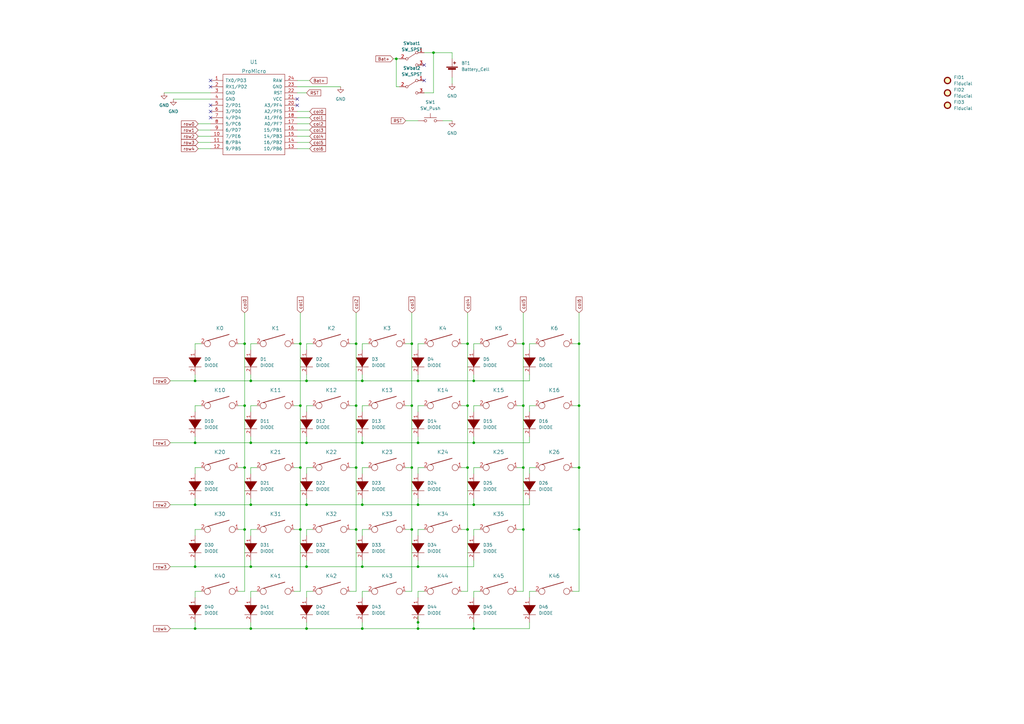
<source format=kicad_sch>
(kicad_sch (version 20211123) (generator eeschema)
  (paper "A3")
  (title_block (title "mykeeb") (rev "2"))
  (lib_symbols
    (symbol "Device:Battery_Cell" (pin_numbers hide) (pin_names (offset 0) hide)
      (property "Reference" "BT" (at 2.54 2.54 0))
      (property "Value" "Battery_Cell" (at 2.54 0 0))
      (symbol "Battery_Cell_0_1"
        (rectangle (start -2.286 1.778) (end 2.286 1.524) (fill (type outline)))
        (rectangle (start -1.5748 1.1938) (end 1.4732 0.6858) (fill (type outline)))
        (polyline (pts (xy 0 0.762) (xy 0 0)))
        (polyline (pts (xy 0 1.778) (xy 0 2.54)))
        (polyline (pts (xy 0.508 3.429) (xy 1.524 3.429)) (stroke (width 0.254)))
        (polyline (pts (xy 1.016 3.937) (xy 1.016 2.921)) (stroke (width 0.254)))
      )
      (symbol "Battery_Cell_1_1"
        (pin passive line (at 0 5.08 270) (length 2.54) (name "+") (number "1"))
        (pin passive line (at 0 -2.54 90) (length 2.54) (name "-") (number "2"))
      )
    )
    (symbol "Mechanical:Fiducial"
      (property "Reference" "FID" (at 0 5.08 0))
      (property "Value" "Fiducial" (at 0 3.175 0))
      (symbol "Fiducial_0_1"
        (circle (center 0 0) (radius 1.27) (stroke (width 0.508)) (fill (type background)))
      )
    )
    (symbol "Switch:SW_Push" (pin_numbers hide) (pin_names (offset 1.016) hide)
      (property "Reference" "SW" (at 1.27 2.54 0))
      (property "Value" "SW_Push" (at 0 -1.524 0))
      (symbol "SW_Push_0_1"
        (circle (center -2.032 0) (radius 0.508))
        (polyline (pts (xy 0 1.27) (xy 0 3.048)))
        (polyline (pts (xy 2.54 1.27) (xy -2.54 1.27)))
        (circle (center 2.032 0) (radius 0.508))
        (pin passive line (at -5.08 0 0) (length 2.54) (name "1") (number "1"))
        (pin passive line (at 5.08 0 180) (length 2.54) (name "2") (number "2"))
      )
    )
    (symbol "Switch:SW_SPDT" (pin_names (offset 0) hide)
      (property "Reference" "SW" (at 0 4.318 0))
      (property "Value" "SW_SPDT" (at 0 -5.08 0))
      (symbol "SW_SPDT_0_0"
        (circle (center -2.032 0) (radius 0.508))
        (circle (center 2.032 -2.54) (radius 0.508))
      )
      (symbol "SW_SPDT_0_1"
        (polyline (pts (xy -1.524 0.254) (xy 1.651 2.286)))
        (circle (center 2.032 2.54) (radius 0.508))
      )
      (symbol "SW_SPDT_1_1"
        (pin passive line (at 5.08 2.54 180) (length 2.54) (name "A") (number "1"))
        (pin passive line (at -5.08 0 0) (length 2.54) (name "B") (number "2"))
        (pin passive line (at 5.08 -2.54 180) (length 2.54) (name "C") (number "3"))
      )
    )
    (symbol "keebio:ProMicro" (pin_names (offset 1.016))
      (property "Reference" "U" (at 0 0 0))
      (property "Value" "ProMicro" (at 0 -19.05 0))
      (symbol "ProMicro_0_1"
        (rectangle (start -12.7 -16.51) (end 12.7 16.51))
      )
      (symbol "ProMicro_1_1"
        (pin input line (at -17.78 13.97 0) (length 5.08) (name "TX0/PD3") (number "1"))
        (pin input line (at -17.78 -8.89 0) (length 5.08) (name "7/PE6") (number "10"))
        (pin input line (at -17.78 -11.43 0) (length 5.08) (name "8/PB4") (number "11"))
        (pin input line (at -17.78 -13.97 0) (length 5.08) (name "9/PB5") (number "12"))
        (pin input line (at 17.78 -13.97 180) (length 5.08) (name "10/PB6") (number "13"))
        (pin input line (at 17.78 -11.43 180) (length 5.08) (name "16/PB2") (number "14"))
        (pin input line (at 17.78 -8.89 180) (length 5.08) (name "14/PB3") (number "15"))
        (pin input line (at 17.78 -6.35 180) (length 5.08) (name "15/PB1") (number "16"))
        (pin input line (at 17.78 -3.81 180) (length 5.08) (name "A0/PF7") (number "17"))
        (pin input line (at 17.78 -1.27 180) (length 5.08) (name "A1/PF6") (number "18"))
        (pin input line (at 17.78 1.27 180) (length 5.08) (name "A2/PF5") (number "19"))
        (pin input line (at -17.78 11.43 0) (length 5.08) (name "RX1/PD2") (number "2"))
        (pin input line (at 17.78 3.81 180) (length 5.08) (name "A3/PF4") (number "20"))
        (pin input line (at 17.78 6.35 180) (length 5.08) (name "VCC") (number "21"))
        (pin input line (at 17.78 8.89 180) (length 5.08) (name "RST") (number "22"))
        (pin input line (at 17.78 11.43 180) (length 5.08) (name "GND") (number "23"))
        (pin input line (at 17.78 13.97 180) (length 5.08) (name "RAW") (number "24"))
        (pin input line (at -17.78 8.89 0) (length 5.08) (name "GND") (number "3"))
        (pin input line (at -17.78 6.35 0) (length 5.08) (name "GND") (number "4"))
        (pin input line (at -17.78 3.81 0) (length 5.08) (name "2/PD1") (number "5"))
        (pin input line (at -17.78 1.27 0) (length 5.08) (name "3/PD0") (number "6"))
        (pin input line (at -17.78 -1.27 0) (length 5.08) (name "4/PD4") (number "7"))
        (pin input line (at -17.78 -3.81 0) (length 5.08) (name "5/PC6") (number "8"))
        (pin input line (at -17.78 -6.35 0) (length 5.08) (name "6/PD7") (number "9"))
      )
    )
    (symbol "keyboard_parts:KEYSW" (pin_names (offset 1.016))
      (property "Reference" "K?" (at -1.27 0 0))
      (symbol "KEYSW_0_1"
        (circle (center -5.08 0) (radius 1.27))
        (polyline (pts (xy -5.08 1.27) (xy 3.81 3.81)) (stroke (width 0.254)))
        (circle (center 5.08 0) (radius 1.27))
      )
      (symbol "KEYSW_1_1"
        (pin passive line (at 7.62 0 180) (length 1.27) (name "~") (number "1"))
        (pin passive line (at -7.62 0 0) (length 1.27) (name "~") (number "2"))
      )
    )
    (symbol "power:GND" (power) (pin_names (offset 0))
      (property "Value" "GND" (at 0 -3.81 0))
      (symbol "GND_0_1"
        (polyline (pts (xy 0 0) (xy 0 -1.27) (xy 1.27 -1.27) (xy 0 -2.54) (xy -1.27 -1.27) (xy 0 -1.27)))
      )
      (symbol "GND_1_1"
        (pin power_in line (at 0 0 270) (length 0) hide (name "GND") (number "1"))
      )
    )
    (symbol "pspice:DIODE" (pin_names (offset 1.016) hide)
      (property "Reference" "D" (at 0 3.81 0))
      (property "Value" "DIODE" (at 0 -4.445 0))
      (symbol "DIODE_0_1"
        (polyline (pts (xy 1.905 2.54) (xy 1.905 -2.54)))
        (polyline (pts (xy -1.905 2.54) (xy -1.905 -2.54) (xy 1.905 0)) (fill (type outline)))
      )
      (symbol "DIODE_1_1"
        (pin input line (at -5.08 0 0) (length 3.81) (name "K") (number "1"))
        (pin input line (at 5.08 0 180) (length 3.81) (name "A") (number "2"))
      )
    )
  )
  (junction (at 148.59 257.81))
  (junction (at 102.87 257.81))
  (junction (at 146.05 140.97))
  (junction (at 102.87 181.61))
  (junction (at 168.91 191.77))
  (junction (at 100.33 191.77))
  (junction (at 191.77 217.17))
  (junction (at 171.45 255.27))
  (junction (at 171.45 232.41))
  (junction (at 125.73 232.41))
  (junction (at 80.01 207.01))
  (junction (at 123.19 191.77))
  (junction (at 146.05 166.37))
  (junction (at 123.19 217.17))
  (junction (at 146.05 217.17))
  (junction (at 171.45 156.21))
  (junction (at 194.31 156.21))
  (junction (at 168.91 217.17))
  (junction (at 168.91 140.97))
  (junction (at 171.45 257.81))
  (junction (at 214.63 140.97))
  (junction (at 237.49 217.17))
  (junction (at 123.19 166.37))
  (junction (at 100.33 140.97))
  (junction (at 191.77 140.97))
  (junction (at 148.59 232.41))
  (junction (at 125.73 181.61))
  (junction (at 168.91 166.37))
  (junction (at 237.49 191.77))
  (junction (at 125.73 207.01))
  (junction (at 148.59 156.21))
  (junction (at 194.31 257.81))
  (junction (at 191.77 166.37))
  (junction (at 237.49 140.97))
  (junction (at 148.59 181.61))
  (junction (at 102.87 207.01))
  (junction (at 102.87 232.41))
  (junction (at 102.87 156.21))
  (junction (at 171.45 181.61))
  (junction (at 177.8 21.59))
  (junction (at 214.63 191.77))
  (junction (at 80.01 181.61))
  (junction (at 162.56 24.13))
  (junction (at 123.19 140.97))
  (junction (at 80.01 257.81))
  (junction (at 194.31 181.61))
  (junction (at 125.73 156.21))
  (junction (at 148.59 207.01))
  (junction (at 80.01 232.41))
  (junction (at 191.77 191.77))
  (junction (at 214.63 217.17))
  (junction (at 80.01 156.21))
  (junction (at 214.63 166.37))
  (junction (at 100.33 166.37))
  (junction (at 125.73 257.81))
  (junction (at 171.45 207.01))
  (junction (at 146.05 191.77))
  (junction (at 194.31 207.01))
  (junction (at 100.33 217.17))
  (junction (at 237.49 166.37))
  (no_connect (at 86.36 33.02))
  (no_connect (at 86.36 43.18))
  (no_connect (at 86.36 35.56))
  (no_connect (at 173.99 26.67))
  (no_connect (at 173.99 33.02))
  (no_connect (at 121.92 40.64))
  (no_connect (at 86.36 45.72))
  (no_connect (at 86.36 48.26))
  (no_connect (at 121.92 43.18))
  (wire (pts (xy 123.19 242.57) (xy 120.65 242.57)))
  (wire (pts (xy 171.45 166.37) (xy 171.45 168.91)))
  (wire (pts (xy 194.31 242.57) (xy 194.31 245.11)))
  (wire (pts (xy 125.73 257.81) (xy 125.73 255.27)))
  (wire (pts (xy 86.36 55.88) (xy 81.28 55.88)))
  (wire (pts (xy 100.33 166.37) (xy 97.79 166.37)))
  (wire (pts (xy 123.19 217.17) (xy 123.19 242.57)))
  (wire (pts (xy 125.73 232.41) (xy 148.59 232.41)))
  (wire (pts (xy 219.71 191.77) (xy 217.17 191.77)))
  (wire (pts (xy 105.41 166.37) (xy 102.87 166.37)))
  (wire (pts (xy 214.63 191.77) (xy 214.63 217.17)))
  (wire (pts (xy 71.12 40.64) (xy 86.36 40.64)))
  (wire (pts (xy 148.59 207.01) (xy 148.59 204.47)))
  (wire (pts (xy 237.49 242.57) (xy 234.95 242.57)))
  (wire (pts (xy 148.59 257.81) (xy 148.59 255.27)))
  (wire (pts (xy 146.05 166.37) (xy 146.05 191.77)))
  (wire (pts (xy 196.85 191.77) (xy 194.31 191.77)))
  (wire (pts (xy 128.27 217.17) (xy 125.73 217.17)))
  (wire (pts (xy 194.31 156.21) (xy 217.17 156.21)))
  (wire (pts (xy 217.17 207.01) (xy 217.17 204.47)))
  (wire (pts (xy 125.73 232.41) (xy 125.73 229.87)))
  (wire (pts (xy 171.45 181.61) (xy 194.31 181.61)))
  (wire (pts (xy 102.87 257.81) (xy 125.73 257.81)))
  (wire (pts (xy 194.31 257.81) (xy 217.17 257.81)))
  (wire (pts (xy 80.01 229.87) (xy 80.01 232.41)))
  (wire (pts (xy 102.87 207.01) (xy 125.73 207.01)))
  (wire (pts (xy 237.49 140.97) (xy 234.95 140.97)))
  (wire (pts (xy 171.45 232.41) (xy 194.31 232.41)))
  (wire (pts (xy 219.71 242.57) (xy 217.17 242.57)))
  (wire (pts (xy 80.01 217.17) (xy 80.01 219.71)))
  (wire (pts (xy 191.77 217.17) (xy 191.77 242.57)))
  (wire (pts (xy 237.49 191.77) (xy 234.95 191.77)))
  (wire (pts (xy 105.41 217.17) (xy 102.87 217.17)))
  (wire (pts (xy 191.77 166.37) (xy 191.77 191.77)))
  (wire (pts (xy 161.29 24.13) (xy 162.56 24.13)))
  (wire (pts (xy 148.59 156.21) (xy 148.59 153.67)))
  (wire (pts (xy 80.01 153.67) (xy 80.01 156.21)))
  (wire (pts (xy 128.27 191.77) (xy 125.73 191.77)))
  (wire (pts (xy 80.01 207.01) (xy 102.87 207.01)))
  (wire (pts (xy 191.77 140.97) (xy 191.77 166.37)))
  (wire (pts (xy 191.77 166.37) (xy 189.23 166.37)))
  (wire (pts (xy 151.13 217.17) (xy 148.59 217.17)))
  (wire (pts (xy 196.85 166.37) (xy 194.31 166.37)))
  (wire (pts (xy 166.37 49.53) (xy 171.45 49.53)))
  (wire (pts (xy 173.99 38.1) (xy 177.8 38.1)))
  (wire (pts (xy 194.31 181.61) (xy 194.31 179.07)))
  (wire (pts (xy 214.63 140.97) (xy 212.09 140.97)))
  (wire (pts (xy 121.92 35.56) (xy 139.7 35.56)))
  (wire (pts (xy 146.05 191.77) (xy 143.51 191.77)))
  (wire (pts (xy 151.13 140.97) (xy 148.59 140.97)))
  (wire (pts (xy 125.73 166.37) (xy 125.73 168.91)))
  (wire (pts (xy 80.01 179.07) (xy 80.01 181.61)))
  (wire (pts (xy 148.59 140.97) (xy 148.59 143.51)))
  (wire (pts (xy 97.79 242.57) (xy 100.33 242.57)))
  (wire (pts (xy 80.01 181.61) (xy 69.85 181.61)))
  (wire (pts (xy 148.59 207.01) (xy 171.45 207.01)))
  (wire (pts (xy 80.01 204.47) (xy 80.01 207.01)))
  (wire (pts (xy 121.92 58.42) (xy 127 58.42)))
  (wire (pts (xy 102.87 217.17) (xy 102.87 219.71)))
  (wire (pts (xy 191.77 191.77) (xy 189.23 191.77)))
  (wire (pts (xy 168.91 217.17) (xy 168.91 242.57)))
  (wire (pts (xy 102.87 207.01) (xy 102.87 204.47)))
  (wire (pts (xy 100.33 217.17) (xy 97.79 217.17)))
  (wire (pts (xy 125.73 257.81) (xy 148.59 257.81)))
  (wire (pts (xy 219.71 166.37) (xy 217.17 166.37)))
  (wire (pts (xy 148.59 156.21) (xy 171.45 156.21)))
  (wire (pts (xy 80.01 181.61) (xy 102.87 181.61)))
  (wire (pts (xy 214.63 140.97) (xy 214.63 166.37)))
  (wire (pts (xy 237.49 217.17) (xy 237.49 242.57)))
  (wire (pts (xy 146.05 140.97) (xy 146.05 166.37)))
  (wire (pts (xy 168.91 140.97) (xy 166.37 140.97)))
  (wire (pts (xy 217.17 257.81) (xy 217.17 255.27)))
  (wire (pts (xy 151.13 166.37) (xy 148.59 166.37)))
  (wire (pts (xy 123.19 166.37) (xy 123.19 191.77)))
  (wire (pts (xy 185.42 21.59) (xy 185.42 24.13)))
  (wire (pts (xy 214.63 128.27) (xy 214.63 140.97)))
  (wire (pts (xy 80.01 257.81) (xy 102.87 257.81)))
  (wire (pts (xy 80.01 207.01) (xy 69.85 207.01)))
  (wire (pts (xy 171.45 191.77) (xy 171.45 194.31)))
  (wire (pts (xy 151.13 242.57) (xy 148.59 242.57)))
  (wire (pts (xy 82.55 242.57) (xy 80.01 242.57)))
  (wire (pts (xy 121.92 38.1) (xy 125.73 38.1)))
  (wire (pts (xy 123.19 191.77) (xy 120.65 191.77)))
  (wire (pts (xy 162.56 24.13) (xy 162.56 35.56)))
  (wire (pts (xy 125.73 156.21) (xy 148.59 156.21)))
  (wire (pts (xy 146.05 191.77) (xy 146.05 217.17)))
  (wire (pts (xy 177.8 21.59) (xy 185.42 21.59)))
  (wire (pts (xy 148.59 217.17) (xy 148.59 219.71)))
  (wire (pts (xy 80.01 242.57) (xy 80.01 245.11)))
  (wire (pts (xy 100.33 191.77) (xy 100.33 217.17)))
  (wire (pts (xy 80.01 232.41) (xy 69.85 232.41)))
  (wire (pts (xy 214.63 166.37) (xy 212.09 166.37)))
  (wire (pts (xy 128.27 140.97) (xy 125.73 140.97)))
  (wire (pts (xy 173.99 242.57) (xy 171.45 242.57)))
  (wire (pts (xy 121.92 33.02) (xy 127 33.02)))
  (wire (pts (xy 105.41 140.97) (xy 102.87 140.97)))
  (wire (pts (xy 121.92 50.8) (xy 127 50.8)))
  (wire (pts (xy 217.17 181.61) (xy 217.17 179.07)))
  (wire (pts (xy 67.31 38.1) (xy 86.36 38.1)))
  (wire (pts (xy 102.87 232.41) (xy 102.87 229.87)))
  (wire (pts (xy 177.8 38.1) (xy 177.8 21.59)))
  (wire (pts (xy 125.73 181.61) (xy 148.59 181.61)))
  (wire (pts (xy 191.77 128.27) (xy 191.77 140.97)))
  (wire (pts (xy 86.36 50.8) (xy 81.28 50.8)))
  (wire (pts (xy 171.45 242.57) (xy 171.45 245.11)))
  (wire (pts (xy 125.73 207.01) (xy 148.59 207.01)))
  (wire (pts (xy 171.45 255.27) (xy 171.45 257.81)))
  (wire (pts (xy 194.31 140.97) (xy 194.31 143.51)))
  (wire (pts (xy 121.92 60.96) (xy 127 60.96)))
  (wire (pts (xy 194.31 217.17) (xy 194.31 219.71)))
  (wire (pts (xy 171.45 257.81) (xy 194.31 257.81)))
  (wire (pts (xy 168.91 166.37) (xy 168.91 191.77)))
  (wire (pts (xy 163.83 35.56) (xy 162.56 35.56)))
  (wire (pts (xy 102.87 140.97) (xy 102.87 143.51)))
  (wire (pts (xy 151.13 191.77) (xy 148.59 191.77)))
  (wire (pts (xy 217.17 242.57) (xy 217.17 245.11)))
  (wire (pts (xy 146.05 128.27) (xy 146.05 140.97)))
  (wire (pts (xy 173.99 217.17) (xy 171.45 217.17)))
  (wire (pts (xy 100.33 140.97) (xy 97.79 140.97)))
  (wire (pts (xy 105.41 242.57) (xy 102.87 242.57)))
  (wire (pts (xy 237.49 191.77) (xy 237.49 217.17)))
  (wire (pts (xy 194.31 166.37) (xy 194.31 168.91)))
  (wire (pts (xy 80.01 257.81) (xy 69.85 257.81)))
  (wire (pts (xy 219.71 140.97) (xy 217.17 140.97)))
  (wire (pts (xy 214.63 242.57) (xy 212.09 242.57)))
  (wire (pts (xy 237.49 140.97) (xy 237.49 166.37)))
  (wire (pts (xy 86.36 58.42) (xy 81.28 58.42)))
  (wire (pts (xy 171.45 207.01) (xy 194.31 207.01)))
  (wire (pts (xy 146.05 242.57) (xy 143.51 242.57)))
  (wire (pts (xy 173.99 21.59) (xy 177.8 21.59)))
  (wire (pts (xy 128.27 242.57) (xy 125.73 242.57)))
  (wire (pts (xy 194.31 181.61) (xy 217.17 181.61)))
  (wire (pts (xy 196.85 217.17) (xy 194.31 217.17)))
  (wire (pts (xy 82.55 166.37) (xy 80.01 166.37)))
  (wire (pts (xy 171.45 217.17) (xy 171.45 219.71)))
  (wire (pts (xy 196.85 242.57) (xy 194.31 242.57)))
  (wire (pts (xy 125.73 242.57) (xy 125.73 245.11)))
  (wire (pts (xy 162.56 24.13) (xy 163.83 24.13)))
  (wire (pts (xy 125.73 217.17) (xy 125.73 219.71)))
  (wire (pts (xy 171.45 156.21) (xy 171.45 153.67)))
  (wire (pts (xy 100.33 191.77) (xy 97.79 191.77)))
  (wire (pts (xy 148.59 232.41) (xy 171.45 232.41)))
  (wire (pts (xy 121.92 55.88) (xy 127 55.88)))
  (wire (pts (xy 148.59 181.61) (xy 171.45 181.61)))
  (wire (pts (xy 146.05 217.17) (xy 143.51 217.17)))
  (wire (pts (xy 191.77 217.17) (xy 189.23 217.17)))
  (wire (pts (xy 100.33 242.57) (xy 100.33 217.17)))
  (wire (pts (xy 148.59 181.61) (xy 148.59 179.07)))
  (wire (pts (xy 102.87 181.61) (xy 102.87 179.07)))
  (wire (pts (xy 168.91 166.37) (xy 166.37 166.37)))
  (wire (pts (xy 217.17 156.21) (xy 217.17 153.67)))
  (wire (pts (xy 191.77 140.97) (xy 189.23 140.97)))
  (wire (pts (xy 100.33 166.37) (xy 100.33 191.77)))
  (wire (pts (xy 217.17 140.97) (xy 217.17 143.51)))
  (wire (pts (xy 102.87 181.61) (xy 125.73 181.61)))
  (wire (pts (xy 194.31 156.21) (xy 194.31 153.67)))
  (wire (pts (xy 121.92 53.34) (xy 127 53.34)))
  (wire (pts (xy 102.87 156.21) (xy 102.87 153.67)))
  (wire (pts (xy 123.19 128.27) (xy 123.19 140.97)))
  (wire (pts (xy 86.36 60.96) (xy 81.28 60.96)))
  (wire (pts (xy 82.55 217.17) (xy 80.01 217.17)))
  (wire (pts (xy 189.23 242.57) (xy 191.77 242.57)))
  (wire (pts (xy 100.33 140.97) (xy 100.33 166.37)))
  (wire (pts (xy 80.01 255.27) (xy 80.01 257.81)))
  (wire (pts (xy 196.85 140.97) (xy 194.31 140.97)))
  (wire (pts (xy 80.01 140.97) (xy 80.01 143.51)))
  (wire (pts (xy 80.01 166.37) (xy 80.01 168.91)))
  (wire (pts (xy 125.73 140.97) (xy 125.73 143.51)))
  (wire (pts (xy 128.27 166.37) (xy 125.73 166.37)))
  (wire (pts (xy 105.41 191.77) (xy 102.87 191.77)))
  (wire (pts (xy 102.87 166.37) (xy 102.87 168.91)))
  (wire (pts (xy 168.91 242.57) (xy 166.37 242.57)))
  (wire (pts (xy 214.63 191.77) (xy 212.09 191.77)))
  (wire (pts (xy 125.73 181.61) (xy 125.73 179.07)))
  (wire (pts (xy 237.49 166.37) (xy 234.95 166.37)))
  (wire (pts (xy 146.05 217.17) (xy 146.05 242.57)))
  (wire (pts (xy 168.91 191.77) (xy 166.37 191.77)))
  (wire (pts (xy 80.01 156.21) (xy 102.87 156.21)))
  (wire (pts (xy 168.91 191.77) (xy 168.91 217.17)))
  (wire (pts (xy 194.31 207.01) (xy 217.17 207.01)))
  (wire (pts (xy 100.33 128.27) (xy 100.33 140.97)))
  (wire (pts (xy 146.05 140.97) (xy 143.51 140.97)))
  (wire (pts (xy 146.05 166.37) (xy 143.51 166.37)))
  (wire (pts (xy 121.92 48.26) (xy 127 48.26)))
  (wire (pts (xy 148.59 191.77) (xy 148.59 194.31)))
  (wire (pts (xy 171.45 252.73) (xy 171.45 255.27)))
  (wire (pts (xy 237.49 217.17) (xy 234.95 217.17)))
  (wire (pts (xy 171.45 140.97) (xy 171.45 143.51)))
  (wire (pts (xy 217.17 191.77) (xy 217.17 194.31)))
  (wire (pts (xy 237.49 166.37) (xy 237.49 191.77)))
  (wire (pts (xy 80.01 191.77) (xy 80.01 194.31)))
  (wire (pts (xy 123.19 140.97) (xy 123.19 166.37)))
  (wire (pts (xy 123.19 191.77) (xy 123.19 217.17)))
  (wire (pts (xy 102.87 191.77) (xy 102.87 194.31)))
  (wire (pts (xy 171.45 207.01) (xy 171.45 204.47)))
  (wire (pts (xy 171.45 181.61) (xy 171.45 179.07)))
  (wire (pts (xy 125.73 207.01) (xy 125.73 204.47)))
  (wire (pts (xy 171.45 232.41) (xy 171.45 229.87)))
  (wire (pts (xy 80.01 156.21) (xy 69.85 156.21)))
  (wire (pts (xy 148.59 257.81) (xy 171.45 257.81)))
  (wire (pts (xy 217.17 166.37) (xy 217.17 168.91)))
  (wire (pts (xy 121.92 45.72) (xy 127 45.72)))
  (wire (pts (xy 123.19 217.17) (xy 120.65 217.17)))
  (wire (pts (xy 168.91 140.97) (xy 168.91 166.37)))
  (wire (pts (xy 168.91 128.27) (xy 168.91 140.97)))
  (wire (pts (xy 181.61 49.53) (xy 185.42 49.53)))
  (wire (pts (xy 102.87 232.41) (xy 125.73 232.41)))
  (wire (pts (xy 194.31 207.01) (xy 194.31 204.47)))
  (wire (pts (xy 102.87 257.81) (xy 102.87 255.27)))
  (wire (pts (xy 171.45 156.21) (xy 194.31 156.21)))
  (wire (pts (xy 82.55 191.77) (xy 80.01 191.77)))
  (wire (pts (xy 237.49 128.27) (xy 237.49 140.97)))
  (wire (pts (xy 102.87 242.57) (xy 102.87 245.11)))
  (wire (pts (xy 80.01 232.41) (xy 102.87 232.41)))
  (wire (pts (xy 123.19 166.37) (xy 120.65 166.37)))
  (wire (pts (xy 214.63 217.17) (xy 212.09 217.17)))
  (wire (pts (xy 173.99 191.77) (xy 171.45 191.77)))
  (wire (pts (xy 102.87 156.21) (xy 125.73 156.21)))
  (wire (pts (xy 191.77 191.77) (xy 191.77 217.17)))
  (wire (pts (xy 185.42 34.29) (xy 185.42 31.75)))
  (wire (pts (xy 168.91 217.17) (xy 166.37 217.17)))
  (wire (pts (xy 194.31 232.41) (xy 194.31 229.87)))
  (wire (pts (xy 173.99 140.97) (xy 171.45 140.97)))
  (wire (pts (xy 173.99 166.37) (xy 171.45 166.37)))
  (wire (pts (xy 123.19 140.97) (xy 120.65 140.97)))
  (wire (pts (xy 194.31 257.81) (xy 194.31 255.27)))
  (wire (pts (xy 148.59 242.57) (xy 148.59 245.11)))
  (wire (pts (xy 148.59 232.41) (xy 148.59 229.87)))
  (wire (pts (xy 125.73 191.77) (xy 125.73 194.31)))
  (wire (pts (xy 86.36 53.34) (xy 81.28 53.34)))
  (wire (pts (xy 214.63 166.37) (xy 214.63 191.77)))
  (wire (pts (xy 148.59 166.37) (xy 148.59 168.91)))
  (wire (pts (xy 214.63 217.17) (xy 214.63 242.57)))
  (wire (pts (xy 125.73 156.21) (xy 125.73 153.67)))
  (wire (pts (xy 82.55 140.97) (xy 80.01 140.97)))
  (wire (pts (xy 194.31 191.77) (xy 194.31 194.31)))
  (global_label "Bat+" (shape input) (at 161.29 24.13 180) (property "Referenzen zwischen Schaltplänen" "${INTERSHEET_REFS}" (effects hide)))
  (global_label "row1" (shape input) (at 69.85 181.61 180) (property "Referenzen zwischen Schaltplänen" "${INTERSHEET_REFS}" (effects hide)))
  (global_label "col3" (shape input) (at 127 53.34 0) (property "Referenzen zwischen Schaltplänen" "${INTERSHEET_REFS}" (effects hide)))
  (global_label "row4" (shape input) (at 81.28 60.96 180) (property "Referenzen zwischen Schaltplänen" "${INTERSHEET_REFS}" (effects hide)))
  (global_label "RST" (shape input) (at 125.73 38.1 0) (property "Referenzen zwischen Schaltplänen" "${INTERSHEET_REFS}" (effects hide)))
  (global_label "col1" (shape input) (at 127 48.26 0) (property "Referenzen zwischen Schaltplänen" "${INTERSHEET_REFS}" (effects hide)))
  (global_label "row2" (shape input) (at 81.28 55.88 180) (property "Referenzen zwischen Schaltplänen" "${INTERSHEET_REFS}" (effects hide)))
  (global_label "col5" (shape input) (at 127 58.42 0) (property "Referenzen zwischen Schaltplänen" "${INTERSHEET_REFS}" (effects hide)))
  (global_label "col0" (shape input) (at 100.33 128.27 90) (property "Referenzen zwischen Schaltplänen" "${INTERSHEET_REFS}" (effects hide)))
  (global_label "col3" (shape input) (at 168.91 128.27 90) (property "Referenzen zwischen Schaltplänen" "${INTERSHEET_REFS}" (effects hide)))
  (global_label "col1" (shape input) (at 123.19 128.27 90) (property "Referenzen zwischen Schaltplänen" "${INTERSHEET_REFS}" (effects hide)))
  (global_label "col2" (shape input) (at 146.05 128.27 90) (property "Referenzen zwischen Schaltplänen" "${INTERSHEET_REFS}" (effects hide)))
  (global_label "col6" (shape input) (at 127 60.96 0) (property "Referenzen zwischen Schaltplänen" "${INTERSHEET_REFS}" (effects hide)))
  (global_label "col6" (shape input) (at 237.49 128.27 90) (property "Referenzen zwischen Schaltplänen" "${INTERSHEET_REFS}" (effects hide)))
  (global_label "row3" (shape input) (at 81.28 58.42 180) (property "Referenzen zwischen Schaltplänen" "${INTERSHEET_REFS}" (effects hide)))
  (global_label "row1" (shape input) (at 81.28 53.34 180) (property "Referenzen zwischen Schaltplänen" "${INTERSHEET_REFS}" (effects hide)))
  (global_label "col0" (shape input) (at 127 45.72 0) (property "Referenzen zwischen Schaltplänen" "${INTERSHEET_REFS}" (effects hide)))
  (global_label "row0" (shape input) (at 81.28 50.8 180) (property "Referenzen zwischen Schaltplänen" "${INTERSHEET_REFS}" (effects hide)))
  (global_label "Bat+" (shape input) (at 127 33.02 0) (property "Referenzen zwischen Schaltplänen" "${INTERSHEET_REFS}" (effects hide)))
  (global_label "col5" (shape input) (at 214.63 128.27 90) (property "Referenzen zwischen Schaltplänen" "${INTERSHEET_REFS}" (effects hide)))
  (global_label "RST" (shape input) (at 166.37 49.53 180) (property "Referenzen zwischen Schaltplänen" "${INTERSHEET_REFS}" (effects hide)))
  (global_label "col4" (shape input) (at 191.77 128.27 90) (property "Referenzen zwischen Schaltplänen" "${INTERSHEET_REFS}" (effects hide)))
  (global_label "row2" (shape input) (at 69.85 207.01 180) (property "Referenzen zwischen Schaltplänen" "${INTERSHEET_REFS}" (effects hide)))
  (global_label "col4" (shape input) (at 127 55.88 0) (property "Referenzen zwischen Schaltplänen" "${INTERSHEET_REFS}" (effects hide)))
  (global_label "row0" (shape input) (at 69.85 156.21 180) (property "Referenzen zwischen Schaltplänen" "${INTERSHEET_REFS}" (effects hide)))
  (global_label "row4" (shape input) (at 69.85 257.81 180) (property "Referenzen zwischen Schaltplänen" "${INTERSHEET_REFS}" (effects hide)))
  (global_label "col2" (shape input) (at 127 50.8 0) (property "Referenzen zwischen Schaltplänen" "${INTERSHEET_REFS}" (effects hide)))
  (global_label "row3" (shape input) (at 69.85 232.41 180) (property "Referenzen zwischen Schaltplänen" "${INTERSHEET_REFS}" (effects hide)))
  (symbol (lib_id "pspice:DIODE") (at 148.59 173.99 270) (unit 1)
    (property "Reference" "D13" (at 152.4 172.7199 90) (effects (justify left)))
    (property "Value" "DIODE" (at 152.4 175.2599 90) (effects (justify left)))
    (property "Footprint" "mykeeb:my_dual_D_SOD123F_v2" (effects hide))
  )
  (symbol (lib_id "pspice:DIODE") (at 102.87 148.59 270) (unit 1)
    (property "Reference" "D1" (at 106.68 147.3199 90) (effects (justify left)))
    (property "Value" "DIODE" (at 106.68 149.8599 90) (effects (justify left)))
    (property "Footprint" "mykeeb:my_dual_D_SOD123F_v2" (effects hide))
  )
  (symbol (lib_id "pspice:DIODE") (at 217.17 250.19 270) (unit 1)
    (property "Reference" "D46" (at 220.98 248.9199 90) (effects (justify left)))
    (property "Value" "DIODE" (at 220.98 251.4599 90) (effects (justify left)))
    (property "Footprint" "mykeeb:my_dual_D_SOD123F_v2" (effects hide))
  )
  (symbol (lib_id "keyboard_parts:KEYSW") (at 227.33 242.57 0) (unit 1)
    (property "Reference" "K46" (at 227.33 236.22 0) (effects (font (size 1.524 1.524))))
    (property "Value" "KEYSW" (effects hide))
    (property "Footprint" "mykeeb:Kailh_socket_MX_reversible_1u" (effects hide))
  )
  (symbol (lib_id "pspice:DIODE") (at 194.31 224.79 270) (unit 1)
    (property "Reference" "D35" (at 198.12 223.5199 90) (effects (justify left)))
    (property "Value" "DIODE" (at 198.12 226.0599 90) (effects (justify left)))
    (property "Footprint" "mykeeb:my_dual_D_SOD123F_v2" (effects hide))
  )
  (symbol (lib_id "power:GND") (at 67.31 38.1 0) (unit 1)
    (property "Reference" "#PWR0102" (effects hide))
    (property "Value" "GND" (at 67.31 43.18 0))
  )
  (symbol (lib_id "keyboard_parts:KEYSW") (at 204.47 217.17 0) (unit 1)
    (property "Reference" "K35" (at 204.47 210.82 0) (effects (font (size 1.524 1.524))))
    (property "Value" "KEYSW" (effects hide))
    (property "Footprint" "mykeeb:Kailh_socket_MX_reversible_1u" (effects hide))
  )
  (symbol (lib_id "pspice:DIODE") (at 80.01 148.59 270) (unit 1)
    (property "Reference" "D0" (at 83.82 147.3199 90) (effects (justify left)))
    (property "Value" "DIODE" (at 83.82 149.8599 90) (effects (justify left)))
    (property "Footprint" "mykeeb:my_dual_D_SOD123F_v2" (effects hide))
  )
  (symbol (lib_id "keyboard_parts:KEYSW") (at 204.47 166.37 0) (unit 1)
    (property "Reference" "K15" (at 204.47 160.02 0) (effects (font (size 1.524 1.524))))
    (property "Value" "KEYSW" (effects hide))
    (property "Footprint" "mykeeb:Kailh_socket_MX_reversible_1u" (effects hide))
  )
  (symbol (lib_id "keyboard_parts:KEYSW") (at 181.61 140.97 0) (unit 1)
    (property "Reference" "K4" (at 181.61 134.62 0) (effects (font (size 1.524 1.524))))
    (property "Value" "KEYSW" (effects hide))
    (property "Footprint" "mykeeb:Kailh_socket_MX_reversible_1u" (effects hide))
  )
  (symbol (lib_id "pspice:DIODE") (at 217.17 199.39 270) (unit 1)
    (property "Reference" "D26" (at 220.98 198.1199 90) (effects (justify left)))
    (property "Value" "DIODE" (at 220.98 200.6599 90) (effects (justify left)))
    (property "Footprint" "mykeeb:my_dual_D_SOD123F_v2" (effects hide))
  )
  (symbol (lib_id "keebio:ProMicro") (at 104.14 46.99 0) (unit 1)
    (property "Reference" "U1" (at 104.14 25.4 0) (effects (font (size 1.524 1.524))))
    (property "Value" "ProMicro" (at 104.14 29.21 0) (effects (font (size 1.524 1.524))))
    (property "Footprint" "mykeeb:my_reversible_Pro_Micro" (effects hide))
  )
  (symbol (lib_id "pspice:DIODE") (at 125.73 199.39 270) (unit 1)
    (property "Reference" "D22" (at 129.54 198.1199 90) (effects (justify left)))
    (property "Value" "DIODE" (at 129.54 200.6599 90) (effects (justify left)))
    (property "Footprint" "mykeeb:my_dual_D_SOD123F_v2" (effects hide))
  )
  (symbol (lib_id "pspice:DIODE") (at 80.01 250.19 270) (unit 1)
    (property "Reference" "D40" (at 83.82 248.9199 90) (effects (justify left)))
    (property "Value" "DIODE" (at 83.82 251.4599 90) (effects (justify left)))
    (property "Footprint" "mykeeb:my_dual_D_SOD123F_v2" (effects hide))
  )
  (symbol (lib_id "Switch:SW_SPDT") (at 168.91 24.13 0) (unit 1)
    (property "Reference" "SWbat1" (at 168.91 17.78 0))
    (property "Value" "SW_SPST" (at 168.91 20.32 0))
    (property "Footprint" "Button_Switch_SMD:SW_SPDT_PCM12" (effects hide))
  )
  (symbol (lib_id "keyboard_parts:KEYSW") (at 113.03 166.37 0) (unit 1)
    (property "Reference" "K11" (at 113.03 160.02 0) (effects (font (size 1.524 1.524))))
    (property "Value" "KEYSW" (effects hide))
    (property "Footprint" "mykeeb:Kailh_socket_MX_reversible_1u" (effects hide))
  )
  (symbol (lib_id "power:GND") (at 71.12 40.64 0) (unit 1)
    (property "Reference" "#PWR0101" (effects hide))
    (property "Value" "GND" (at 71.12 45.72 0))
  )
  (symbol (lib_id "keyboard_parts:KEYSW") (at 158.75 217.17 0) (unit 1)
    (property "Reference" "K33" (at 158.75 210.82 0) (effects (font (size 1.524 1.524))))
    (property "Value" "KEYSW" (effects hide))
    (property "Footprint" "mykeeb:Kailh_socket_MX_reversible_1u" (effects hide))
  )
  (symbol (lib_id "keyboard_parts:KEYSW") (at 90.17 140.97 0) (unit 1)
    (property "Reference" "K0" (at 90.17 134.62 0) (effects (font (size 1.524 1.524))))
    (property "Value" "KEYSW" (effects hide))
    (property "Footprint" "mykeeb:Kailh_socket_MX_reversible_1u" (effects hide))
  )
  (symbol (lib_id "keyboard_parts:KEYSW") (at 135.89 140.97 0) (unit 1)
    (property "Reference" "K2" (at 135.89 134.62 0) (effects (font (size 1.524 1.524))))
    (property "Value" "KEYSW" (effects hide))
    (property "Footprint" "mykeeb:Kailh_socket_MX_reversible_1u" (effects hide))
  )
  (symbol (lib_id "keyboard_parts:KEYSW") (at 158.75 166.37 0) (unit 1)
    (property "Reference" "K13" (at 158.75 160.02 0) (effects (font (size 1.524 1.524))))
    (property "Value" "KEYSW" (effects hide))
    (property "Footprint" "mykeeb:Kailh_socket_MX_reversible_1u" (effects hide))
  )
  (symbol (lib_id "keyboard_parts:KEYSW") (at 181.61 217.17 0) (unit 1)
    (property "Reference" "K34" (at 181.61 210.82 0) (effects (font (size 1.524 1.524))))
    (property "Value" "KEYSW" (effects hide))
    (property "Footprint" "mykeeb:Kailh_socket_MX_reversible_1u" (effects hide))
  )
  (symbol (lib_id "pspice:DIODE") (at 171.45 224.79 270) (unit 1)
    (property "Reference" "D34" (at 175.26 223.5199 90) (effects (justify left)))
    (property "Value" "DIODE" (at 175.26 226.0599 90) (effects (justify left)))
    (property "Footprint" "mykeeb:my_dual_D_SOD123F_v2" (effects hide))
  )
  (symbol (lib_id "Device:Battery_Cell") (at 185.42 29.21 0) (unit 1)
    (property "Reference" "BT1" (at 189.23 25.9079 0) (effects (justify left)))
    (property "Value" "Battery_Cell" (at 189.23 28.4479 0) (effects (justify left)))
    (property "Footprint" "Connector_JST:JST_PH_S2B-PH-K_1x02_P2.00mm_Horizontal" (effects hide))
  )
  (symbol (lib_id "keyboard_parts:KEYSW") (at 113.03 242.57 0) (unit 1)
    (property "Reference" "K41" (at 113.03 236.22 0) (effects (font (size 1.524 1.524))))
    (property "Value" "KEYSW" (effects hide))
    (property "Footprint" "mykeeb:Kailh_socket_MX_reversible_1u" (effects hide))
  )
  (symbol (lib_id "pspice:DIODE") (at 125.73 250.19 270) (unit 1)
    (property "Reference" "D42" (at 129.54 248.9199 90) (effects (justify left)))
    (property "Value" "DIODE" (at 129.54 251.4599 90) (effects (justify left)))
    (property "Footprint" "mykeeb:my_dual_D_SOD123F_v2" (effects hide))
  )
  (symbol (lib_id "pspice:DIODE") (at 171.45 173.99 270) (unit 1)
    (property "Reference" "D14" (at 175.26 172.7199 90) (effects (justify left)))
    (property "Value" "DIODE" (at 175.26 175.2599 90) (effects (justify left)))
    (property "Footprint" "mykeeb:my_dual_D_SOD123F_v2" (effects hide))
  )
  (symbol (lib_id "keyboard_parts:KEYSW") (at 113.03 140.97 0) (unit 1)
    (property "Reference" "K1" (at 113.03 134.62 0) (effects (font (size 1.524 1.524))))
    (property "Value" "KEYSW" (effects hide))
    (property "Footprint" "mykeeb:Kailh_socket_MX_reversible_1u" (effects hide))
  )
  (symbol (lib_id "keyboard_parts:KEYSW") (at 204.47 191.77 0) (unit 1)
    (property "Reference" "K25" (at 204.47 185.42 0) (effects (font (size 1.524 1.524))))
    (property "Value" "KEYSW" (effects hide))
    (property "Footprint" "mykeeb:Kailh_socket_MX_reversible_1u" (effects hide))
  )
  (symbol (lib_id "keyboard_parts:KEYSW") (at 227.33 191.77 0) (unit 1)
    (property "Reference" "K26" (at 227.33 185.42 0) (effects (font (size 1.524 1.524))))
    (property "Value" "KEYSW" (effects hide))
    (property "Footprint" "mykeeb:Kailh_socket_MX_reversible_1u" (effects hide))
  )
  (symbol (lib_id "keyboard_parts:KEYSW") (at 158.75 242.57 0) (unit 1)
    (property "Reference" "K43" (at 158.75 236.22 0) (effects (font (size 1.524 1.524))))
    (property "Value" "KEYSW" (effects hide))
    (property "Footprint" "mykeeb:Kailh_socket_MX_reversible_1u" (effects hide))
  )
  (symbol (lib_id "pspice:DIODE") (at 148.59 148.59 270) (unit 1)
    (property "Reference" "D3" (at 152.4 147.3199 90) (effects (justify left)))
    (property "Value" "DIODE" (at 152.4 149.8599 90) (effects (justify left)))
    (property "Footprint" "mykeeb:my_dual_D_SOD123F_v2" (effects hide))
  )
  (symbol (lib_id "keyboard_parts:KEYSW") (at 90.17 191.77 0) (unit 1)
    (property "Reference" "K20" (at 90.17 185.42 0) (effects (font (size 1.524 1.524))))
    (property "Value" "KEYSW" (effects hide))
    (property "Footprint" "mykeeb:Kailh_socket_MX_reversible_1u" (effects hide))
  )
  (symbol (lib_id "pspice:DIODE") (at 148.59 199.39 270) (unit 1)
    (property "Reference" "D23" (at 152.4 198.1199 90) (effects (justify left)))
    (property "Value" "DIODE" (at 152.4 200.6599 90) (effects (justify left)))
    (property "Footprint" "mykeeb:my_dual_D_SOD123F_v2" (effects hide))
  )
  (symbol (lib_id "keyboard_parts:KEYSW") (at 135.89 166.37 0) (unit 1)
    (property "Reference" "K12" (at 135.89 160.02 0) (effects (font (size 1.524 1.524))))
    (property "Value" "KEYSW" (effects hide))
    (property "Footprint" "mykeeb:Kailh_socket_MX_reversible_1u" (effects hide))
  )
  (symbol (lib_id "pspice:DIODE") (at 148.59 224.79 270) (unit 1)
    (property "Reference" "D33" (at 152.4 223.5199 90) (effects (justify left)))
    (property "Value" "DIODE" (at 152.4 226.0599 90) (effects (justify left)))
    (property "Footprint" "mykeeb:my_dual_D_SOD123F_v2" (effects hide))
  )
  (symbol (lib_id "keyboard_parts:KEYSW") (at 204.47 242.57 0) (unit 1)
    (property "Reference" "K45" (at 204.47 236.22 0) (effects (font (size 1.524 1.524))))
    (property "Value" "KEYSW" (effects hide))
    (property "Footprint" "mykeeb:Kailh_socket_MX_reversible_1.5u" (effects hide))
  )
  (symbol (lib_id "Mechanical:Fiducial") (at 388.62 38.1 0) (unit 1)
    (property "Reference" "FID2" (at 391.16 36.8299 0) (effects (justify left)))
    (property "Value" "Fiducial" (at 391.16 39.3699 0) (effects (justify left)))
    (property "Footprint" "Fiducial:Fiducial_1mm_Mask2mm" (effects hide))
  )
  (symbol (lib_id "pspice:DIODE") (at 148.59 250.19 270) (unit 1)
    (property "Reference" "D43" (at 152.4 248.9199 90) (effects (justify left)))
    (property "Value" "DIODE" (at 152.4 251.4599 90) (effects (justify left)))
    (property "Footprint" "mykeeb:my_dual_D_SOD123F_v2" (effects hide))
  )
  (symbol (lib_id "pspice:DIODE") (at 217.17 173.99 270) (unit 1)
    (property "Reference" "D16" (at 220.98 172.7199 90) (effects (justify left)))
    (property "Value" "DIODE" (at 220.98 175.2599 90) (effects (justify left)))
    (property "Footprint" "mykeeb:my_dual_D_SOD123F_v2" (effects hide))
  )
  (symbol (lib_id "Mechanical:Fiducial") (at 388.62 33.02 0) (unit 1)
    (property "Reference" "FID1" (at 391.16 31.7499 0) (effects (justify left)))
    (property "Value" "Fiducial" (at 391.16 34.2899 0) (effects (justify left)))
    (property "Footprint" "Fiducial:Fiducial_1mm_Mask2mm" (effects hide))
  )
  (symbol (lib_id "Mechanical:Fiducial") (at 388.62 43.18 0) (unit 1)
    (property "Reference" "FID3" (at 391.16 41.9099 0) (effects (justify left)))
    (property "Value" "Fiducial" (at 391.16 44.4499 0) (effects (justify left)))
    (property "Footprint" "Fiducial:Fiducial_1mm_Mask2mm" (effects hide))
  )
  (symbol (lib_id "pspice:DIODE") (at 102.87 199.39 270) (unit 1)
    (property "Reference" "D21" (at 106.68 198.1199 90) (effects (justify left)))
    (property "Value" "DIODE" (at 106.68 200.6599 90) (effects (justify left)))
    (property "Footprint" "mykeeb:my_dual_D_SOD123F_v2" (effects hide))
  )
  (symbol (lib_id "keyboard_parts:KEYSW") (at 158.75 191.77 0) (unit 1)
    (property "Reference" "K23" (at 158.75 185.42 0) (effects (font (size 1.524 1.524))))
    (property "Value" "KEYSW" (effects hide))
    (property "Footprint" "mykeeb:Kailh_socket_MX_reversible_1u" (effects hide))
  )
  (symbol (lib_id "keyboard_parts:KEYSW") (at 135.89 217.17 0) (unit 1)
    (property "Reference" "K32" (at 135.89 210.82 0) (effects (font (size 1.524 1.524))))
    (property "Value" "KEYSW" (effects hide))
    (property "Footprint" "mykeeb:Kailh_socket_MX_reversible_1u" (effects hide))
  )
  (symbol (lib_id "keyboard_parts:KEYSW") (at 113.03 191.77 0) (unit 1)
    (property "Reference" "K21" (at 113.03 185.42 0) (effects (font (size 1.524 1.524))))
    (property "Value" "KEYSW" (effects hide))
    (property "Footprint" "mykeeb:Kailh_socket_MX_reversible_1u" (effects hide))
  )
  (symbol (lib_id "keyboard_parts:KEYSW") (at 181.61 242.57 0) (unit 1)
    (property "Reference" "K44" (at 181.61 236.22 0) (effects (font (size 1.524 1.524))))
    (property "Value" "KEYSW" (effects hide))
    (property "Footprint" "mykeeb:Kailh_socket_MX_reversible_1u" (effects hide))
  )
  (symbol (lib_id "pspice:DIODE") (at 217.17 148.59 270) (unit 1)
    (property "Reference" "D6" (at 220.98 147.3199 90) (effects (justify left)))
    (property "Value" "DIODE" (at 220.98 149.8599 90) (effects (justify left)))
    (property "Footprint" "mykeeb:my_dual_D_SOD123F_v2" (effects hide))
  )
  (symbol (lib_id "pspice:DIODE") (at 102.87 250.19 270) (unit 1)
    (property "Reference" "D41" (at 106.68 248.9199 90) (effects (justify left)))
    (property "Value" "DIODE" (at 106.68 251.4599 90) (effects (justify left)))
    (property "Footprint" "mykeeb:my_dual_D_SOD123F_v2" (effects hide))
  )
  (symbol (lib_id "pspice:DIODE") (at 80.01 199.39 270) (unit 1)
    (property "Reference" "D20" (at 83.82 198.1199 90) (effects (justify left)))
    (property "Value" "DIODE" (at 83.82 200.6599 90) (effects (justify left)))
    (property "Footprint" "mykeeb:my_dual_D_SOD123F_v2" (effects hide))
  )
  (symbol (lib_id "Switch:SW_SPDT") (at 168.91 35.56 0) (unit 1)
    (property "Reference" "SWbat2" (at 168.91 27.94 0))
    (property "Value" "SW_SPST" (at 168.91 30.48 0))
    (property "Footprint" "Button_Switch_SMD:SW_SPDT_PCM12" (effects hide))
  )
  (symbol (lib_id "keyboard_parts:KEYSW") (at 90.17 217.17 0) (unit 1)
    (property "Reference" "K30" (at 90.17 210.82 0) (effects (font (size 1.524 1.524))))
    (property "Value" "KEYSW" (effects hide))
    (property "Footprint" "mykeeb:Kailh_socket_MX_reversible_1u" (effects hide))
  )
  (symbol (lib_id "pspice:DIODE") (at 125.73 148.59 270) (unit 1)
    (property "Reference" "D2" (at 129.54 147.3199 90) (effects (justify left)))
    (property "Value" "DIODE" (at 129.54 149.8599 90) (effects (justify left)))
    (property "Footprint" "mykeeb:my_dual_D_SOD123F_v2" (effects hide))
  )
  (symbol (lib_id "pspice:DIODE") (at 171.45 148.59 270) (unit 1)
    (property "Reference" "D4" (at 175.26 147.3199 90) (effects (justify left)))
    (property "Value" "DIODE" (at 175.26 149.8599 90) (effects (justify left)))
    (property "Footprint" "mykeeb:my_dual_D_SOD123F_v2" (effects hide))
  )
  (symbol (lib_id "pspice:DIODE") (at 102.87 173.99 270) (unit 1)
    (property "Reference" "D11" (at 106.68 172.7199 90) (effects (justify left)))
    (property "Value" "DIODE" (at 106.68 175.2599 90) (effects (justify left)))
    (property "Footprint" "mykeeb:my_dual_D_SOD123F_v2" (effects hide))
  )
  (symbol (lib_id "keyboard_parts:KEYSW") (at 181.61 166.37 0) (unit 1)
    (property "Reference" "K14" (at 181.61 160.02 0) (effects (font (size 1.524 1.524))))
    (property "Value" "KEYSW" (effects hide))
    (property "Footprint" "mykeeb:Kailh_socket_MX_reversible_1u" (effects hide))
  )
  (symbol (lib_id "pspice:DIODE") (at 194.31 250.19 270) (unit 1)
    (property "Reference" "D45" (at 198.12 248.9199 90) (effects (justify left)))
    (property "Value" "DIODE" (at 198.12 251.4599 90) (effects (justify left)))
    (property "Footprint" "mykeeb:my_dual_D_SOD123F_v2" (effects hide))
  )
  (symbol (lib_id "pspice:DIODE") (at 194.31 148.59 270) (unit 1)
    (property "Reference" "D5" (at 198.12 147.3199 90) (effects (justify left)))
    (property "Value" "DIODE" (at 198.12 149.8599 90) (effects (justify left)))
    (property "Footprint" "mykeeb:my_dual_D_SOD123F_v2" (effects hide))
  )
  (symbol (lib_id "pspice:DIODE") (at 194.31 173.99 270) (unit 1)
    (property "Reference" "D15" (at 198.12 172.7199 90) (effects (justify left)))
    (property "Value" "DIODE" (at 198.12 175.2599 90) (effects (justify left)))
    (property "Footprint" "mykeeb:my_dual_D_SOD123F_v2" (effects hide))
  )
  (symbol (lib_id "keyboard_parts:KEYSW") (at 204.47 140.97 0) (unit 1)
    (property "Reference" "K5" (at 204.47 134.62 0) (effects (font (size 1.524 1.524))))
    (property "Value" "KEYSW" (effects hide))
    (property "Footprint" "mykeeb:Kailh_socket_MX_reversible_1u" (effects hide))
  )
  (symbol (lib_id "pspice:DIODE") (at 171.45 250.19 270) (unit 1)
    (property "Reference" "D44" (at 175.26 248.9199 90) (effects (justify left)))
    (property "Value" "DIODE" (at 175.26 251.4599 90) (effects (justify left)))
    (property "Footprint" "mykeeb:my_dual_D_SOD123F_v2" (effects hide))
  )
  (symbol (lib_id "keyboard_parts:KEYSW") (at 90.17 166.37 0) (unit 1)
    (property "Reference" "K10" (at 90.17 160.02 0) (effects (font (size 1.524 1.524))))
    (property "Value" "KEYSW" (effects hide))
    (property "Footprint" "mykeeb:Kailh_socket_MX_reversible_1u" (effects hide))
  )
  (symbol (lib_id "keyboard_parts:KEYSW") (at 158.75 140.97 0) (unit 1)
    (property "Reference" "K3" (at 158.75 134.62 0) (effects (font (size 1.524 1.524))))
    (property "Value" "KEYSW" (effects hide))
    (property "Footprint" "mykeeb:Kailh_socket_MX_reversible_1u" (effects hide))
  )
  (symbol (lib_id "pspice:DIODE") (at 80.01 173.99 270) (unit 1)
    (property "Reference" "D10" (at 83.82 172.7199 90) (effects (justify left)))
    (property "Value" "DIODE" (at 83.82 175.2599 90) (effects (justify left)))
    (property "Footprint" "mykeeb:my_dual_D_SOD123F_v2" (effects hide))
  )
  (symbol (lib_id "keyboard_parts:KEYSW") (at 181.61 191.77 0) (unit 1)
    (property "Reference" "K24" (at 181.61 185.42 0) (effects (font (size 1.524 1.524))))
    (property "Value" "KEYSW" (effects hide))
    (property "Footprint" "mykeeb:Kailh_socket_MX_reversible_1u" (effects hide))
  )
  (symbol (lib_id "keyboard_parts:KEYSW") (at 227.33 140.97 0) (unit 1)
    (property "Reference" "K6" (at 227.33 134.62 0) (effects (font (size 1.524 1.524))))
    (property "Value" "KEYSW" (effects hide))
    (property "Footprint" "mykeeb:Kailh_socket_MX_reversible_1u" (effects hide))
  )
  (symbol (lib_id "pspice:DIODE") (at 125.73 224.79 270) (unit 1)
    (property "Reference" "D32" (at 129.54 223.5199 90) (effects (justify left)))
    (property "Value" "DIODE" (at 129.54 226.0599 90) (effects (justify left)))
    (property "Footprint" "mykeeb:my_dual_D_SOD123F_v2" (effects hide))
  )
  (symbol (lib_id "keyboard_parts:KEYSW") (at 90.17 242.57 0) (unit 1)
    (property "Reference" "K40" (at 90.17 236.22 0) (effects (font (size 1.524 1.524))))
    (property "Value" "KEYSW" (effects hide))
    (property "Footprint" "mykeeb:Kailh_socket_MX_reversible_1u" (effects hide))
  )
  (symbol (lib_id "power:GND") (at 185.42 49.53 0) (unit 1)
    (property "Reference" "#PWR0106" (effects hide))
    (property "Value" "GND" (at 185.42 54.61 0))
  )
  (symbol (lib_id "keyboard_parts:KEYSW") (at 135.89 191.77 0) (unit 1)
    (property "Reference" "K22" (at 135.89 185.42 0) (effects (font (size 1.524 1.524))))
    (property "Value" "KEYSW" (effects hide))
    (property "Footprint" "mykeeb:Kailh_socket_MX_reversible_1u" (effects hide))
  )
  (symbol (lib_id "keyboard_parts:KEYSW") (at 135.89 242.57 0) (unit 1)
    (property "Reference" "K42" (at 135.89 236.22 0) (effects (font (size 1.524 1.524))))
    (property "Value" "KEYSW" (effects hide))
    (property "Footprint" "mykeeb:Kailh_socket_MX_reversible_1.25u" (effects hide))
  )
  (symbol (lib_id "power:GND") (at 185.42 34.29 0) (unit 1)
    (property "Reference" "#PWR0107" (effects hide))
    (property "Value" "GND" (at 185.42 39.37 0))
  )
  (symbol (lib_id "keyboard_parts:KEYSW") (at 113.03 217.17 0) (unit 1)
    (property "Reference" "K31" (at 113.03 210.82 0) (effects (font (size 1.524 1.524))))
    (property "Value" "KEYSW" (effects hide))
    (property "Footprint" "mykeeb:Kailh_socket_MX_reversible_1u" (effects hide))
  )
  (symbol (lib_id "power:GND") (at 139.7 35.56 0) (unit 1)
    (property "Reference" "#PWR0108" (effects hide))
    (property "Value" "GND" (at 139.7 40.64 0))
  )
  (symbol (lib_id "pspice:DIODE") (at 102.87 224.79 270) (unit 1)
    (property "Reference" "D31" (at 106.68 223.5199 90) (effects (justify left)))
    (property "Value" "DIODE" (at 106.68 226.0599 90) (effects (justify left)))
    (property "Footprint" "mykeeb:my_dual_D_SOD123F_v2" (effects hide))
  )
  (symbol (lib_id "pspice:DIODE") (at 80.01 224.79 270) (unit 1)
    (property "Reference" "D30" (at 83.82 223.5199 90) (effects (justify left)))
    (property "Value" "DIODE" (at 83.82 226.0599 90) (effects (justify left)))
    (property "Footprint" "mykeeb:my_dual_D_SOD123F_v2" (effects hide))
  )
  (symbol (lib_id "Switch:SW_Push") (at 176.53 49.53 0) (unit 1)
    (property "Reference" "SW1" (at 176.53 41.91 0))
    (property "Value" "SW_Push" (at 176.53 44.45 0))
    (property "Footprint" "Button_Switch_THT:SW_PUSH_6mm" (effects hide))
  )
  (symbol (lib_id "keyboard_parts:KEYSW") (at 227.33 166.37 0) (unit 1)
    (property "Reference" "K16" (at 227.33 160.02 0) (effects (font (size 1.524 1.524))))
    (property "Value" "KEYSW" (effects hide))
    (property "Footprint" "mykeeb:Kailh_socket_MX_reversible_1.5u" (effects hide))
  )
  (symbol (lib_id "pspice:DIODE") (at 171.45 199.39 270) (unit 1)
    (property "Reference" "D24" (at 175.26 198.1199 90) (effects (justify left)))
    (property "Value" "DIODE" (at 175.26 200.6599 90) (effects (justify left)))
    (property "Footprint" "mykeeb:my_dual_D_SOD123F_v2" (effects hide))
  )
  (symbol (lib_id "pspice:DIODE") (at 125.73 173.99 270) (unit 1)
    (property "Reference" "D12" (at 129.54 172.7199 90) (effects (justify left)))
    (property "Value" "DIODE" (at 129.54 175.2599 90) (effects (justify left)))
    (property "Footprint" "mykeeb:my_dual_D_SOD123F_v2" (effects hide))
  )
  (symbol (lib_id "pspice:DIODE") (at 194.31 199.39 270) (unit 1)
    (property "Reference" "D25" (at 198.12 198.1199 90) (effects (justify left)))
    (property "Value" "DIODE" (at 198.12 200.6599 90) (effects (justify left)))
    (property "Footprint" "mykeeb:my_dual_D_SOD123F_v2" (effects hide))
  )
)
</source>
